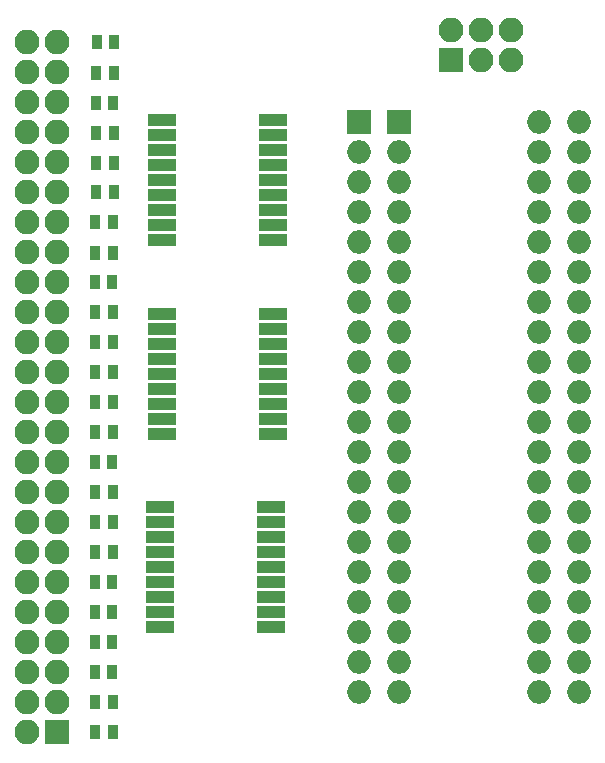
<source format=gbr>
G04 #@! TF.FileFunction,Soldermask,Bot*
%FSLAX46Y46*%
G04 Gerber Fmt 4.6, Leading zero omitted, Abs format (unit mm)*
G04 Created by KiCad (PCBNEW 4.0.7) date 07/29/18 14:17:34*
%MOMM*%
%LPD*%
G01*
G04 APERTURE LIST*
%ADD10C,0.100000*%
%ADD11R,2.000000X2.000000*%
%ADD12O,2.000000X2.000000*%
%ADD13R,2.100000X2.100000*%
%ADD14O,2.100000X2.100000*%
%ADD15R,0.900000X1.300000*%
%ADD16R,2.400000X1.000000*%
G04 APERTURE END LIST*
D10*
D11*
X79560000Y-80170000D03*
D12*
X94800000Y-128430000D03*
X79560000Y-82710000D03*
X94800000Y-125890000D03*
X79560000Y-85250000D03*
X94800000Y-123350000D03*
X79560000Y-87790000D03*
X94800000Y-120810000D03*
X79560000Y-90330000D03*
X94800000Y-118270000D03*
X79560000Y-92870000D03*
X94800000Y-115730000D03*
X79560000Y-95410000D03*
X94800000Y-113190000D03*
X79560000Y-97950000D03*
X94800000Y-110650000D03*
X79560000Y-100490000D03*
X94800000Y-108110000D03*
X79560000Y-103030000D03*
X94800000Y-105570000D03*
X79560000Y-105570000D03*
X94800000Y-103030000D03*
X79560000Y-108110000D03*
X94800000Y-100490000D03*
X79560000Y-110650000D03*
X94800000Y-97950000D03*
X79560000Y-113190000D03*
X94800000Y-95410000D03*
X79560000Y-115730000D03*
X94800000Y-92870000D03*
X79560000Y-118270000D03*
X94800000Y-90330000D03*
X79560000Y-120810000D03*
X94800000Y-87790000D03*
X79560000Y-123350000D03*
X94800000Y-85250000D03*
X79560000Y-125890000D03*
X94800000Y-82710000D03*
X79560000Y-128430000D03*
X94800000Y-80170000D03*
D13*
X53980000Y-131830000D03*
D14*
X51440000Y-131830000D03*
X53980000Y-129290000D03*
X51440000Y-129290000D03*
X53980000Y-126750000D03*
X51440000Y-126750000D03*
X53980000Y-124210000D03*
X51440000Y-124210000D03*
X53980000Y-121670000D03*
X51440000Y-121670000D03*
X53980000Y-119130000D03*
X51440000Y-119130000D03*
X53980000Y-116590000D03*
X51440000Y-116590000D03*
X53980000Y-114050000D03*
X51440000Y-114050000D03*
X53980000Y-111510000D03*
X51440000Y-111510000D03*
X53980000Y-108970000D03*
X51440000Y-108970000D03*
X53980000Y-106430000D03*
X51440000Y-106430000D03*
X53980000Y-103890000D03*
X51440000Y-103890000D03*
X53980000Y-101350000D03*
X51440000Y-101350000D03*
X53980000Y-98810000D03*
X51440000Y-98810000D03*
X53980000Y-96270000D03*
X51440000Y-96270000D03*
X53980000Y-93730000D03*
X51440000Y-93730000D03*
X53980000Y-91190000D03*
X51440000Y-91190000D03*
X53980000Y-88650000D03*
X51440000Y-88650000D03*
X53980000Y-86110000D03*
X51440000Y-86110000D03*
X53980000Y-83570000D03*
X51440000Y-83570000D03*
X53980000Y-81030000D03*
X51440000Y-81030000D03*
X53980000Y-78490000D03*
X51440000Y-78490000D03*
X53980000Y-75950000D03*
X51440000Y-75950000D03*
X53980000Y-73410000D03*
X51440000Y-73410000D03*
D13*
X87370000Y-74940000D03*
D14*
X87370000Y-72400000D03*
X89910000Y-74940000D03*
X89910000Y-72400000D03*
X92450000Y-74940000D03*
X92450000Y-72400000D03*
D15*
X57360000Y-73410000D03*
X58860000Y-73410000D03*
X57310000Y-75960000D03*
X58810000Y-75960000D03*
X57260000Y-78500000D03*
X58760000Y-78500000D03*
X57280000Y-81040000D03*
X58780000Y-81040000D03*
X57300000Y-83580000D03*
X58800000Y-83580000D03*
X57280000Y-86110000D03*
X58780000Y-86110000D03*
X57250000Y-88650000D03*
X58750000Y-88650000D03*
X57220000Y-91200000D03*
X58720000Y-91200000D03*
X57190000Y-93730000D03*
X58690000Y-93730000D03*
X57210000Y-96260000D03*
X58710000Y-96260000D03*
X57200000Y-98810000D03*
X58700000Y-98810000D03*
X57200000Y-101350000D03*
X58700000Y-101350000D03*
X57200000Y-103890000D03*
X58700000Y-103890000D03*
X57200000Y-106430000D03*
X58700000Y-106430000D03*
X57180000Y-108960000D03*
X58680000Y-108960000D03*
X57200000Y-111510000D03*
X58700000Y-111510000D03*
X57200000Y-114050000D03*
X58700000Y-114050000D03*
X57210000Y-116590000D03*
X58710000Y-116590000D03*
X57190000Y-119130000D03*
X58690000Y-119130000D03*
X57170000Y-121670000D03*
X58670000Y-121670000D03*
X57170000Y-124210000D03*
X58670000Y-124210000D03*
X57170000Y-126750000D03*
X58670000Y-126750000D03*
X57200000Y-129290000D03*
X58700000Y-129290000D03*
X57200000Y-131820000D03*
X58700000Y-131820000D03*
D11*
X82970000Y-80170000D03*
D12*
X98210000Y-128430000D03*
X82970000Y-82710000D03*
X98210000Y-125890000D03*
X82970000Y-85250000D03*
X98210000Y-123350000D03*
X82970000Y-87790000D03*
X98210000Y-120810000D03*
X82970000Y-90330000D03*
X98210000Y-118270000D03*
X82970000Y-92870000D03*
X98210000Y-115730000D03*
X82970000Y-95410000D03*
X98210000Y-113190000D03*
X82970000Y-97950000D03*
X98210000Y-110650000D03*
X82970000Y-100490000D03*
X98210000Y-108110000D03*
X82970000Y-103030000D03*
X98210000Y-105570000D03*
X82970000Y-105570000D03*
X98210000Y-103030000D03*
X82970000Y-108110000D03*
X98210000Y-100490000D03*
X82970000Y-110650000D03*
X98210000Y-97950000D03*
X82970000Y-113190000D03*
X98210000Y-95410000D03*
X82970000Y-115730000D03*
X98210000Y-92870000D03*
X82970000Y-118270000D03*
X98210000Y-90330000D03*
X82970000Y-120810000D03*
X98210000Y-87790000D03*
X82970000Y-123350000D03*
X98210000Y-85250000D03*
X82970000Y-125890000D03*
X98210000Y-82710000D03*
X82970000Y-128430000D03*
X98210000Y-80170000D03*
D16*
X72280000Y-80010000D03*
X72280000Y-81280000D03*
X72280000Y-82550000D03*
X72280000Y-83820000D03*
X72280000Y-85090000D03*
X72280000Y-86360000D03*
X72280000Y-87630000D03*
X72280000Y-88900000D03*
X72280000Y-90170000D03*
X62880000Y-90170000D03*
X62880000Y-88900000D03*
X62880000Y-87630000D03*
X62880000Y-86360000D03*
X62880000Y-85090000D03*
X62880000Y-83820000D03*
X62880000Y-82550000D03*
X62880000Y-81280000D03*
X62880000Y-80010000D03*
X72280000Y-96390000D03*
X72280000Y-97660000D03*
X72280000Y-98930000D03*
X72280000Y-100200000D03*
X72280000Y-101470000D03*
X72280000Y-102740000D03*
X72280000Y-104010000D03*
X72280000Y-105280000D03*
X72280000Y-106550000D03*
X62880000Y-106550000D03*
X62880000Y-105280000D03*
X62880000Y-104010000D03*
X62880000Y-102740000D03*
X62880000Y-101470000D03*
X62880000Y-100200000D03*
X62880000Y-98930000D03*
X62880000Y-97660000D03*
X62880000Y-96390000D03*
X72150000Y-112780000D03*
X72150000Y-114050000D03*
X72150000Y-115320000D03*
X72150000Y-116590000D03*
X72150000Y-117860000D03*
X72150000Y-119130000D03*
X72150000Y-120400000D03*
X72150000Y-121670000D03*
X72150000Y-122940000D03*
X62750000Y-122940000D03*
X62750000Y-121670000D03*
X62750000Y-120400000D03*
X62750000Y-119130000D03*
X62750000Y-117860000D03*
X62750000Y-116590000D03*
X62750000Y-115320000D03*
X62750000Y-114050000D03*
X62750000Y-112780000D03*
M02*

</source>
